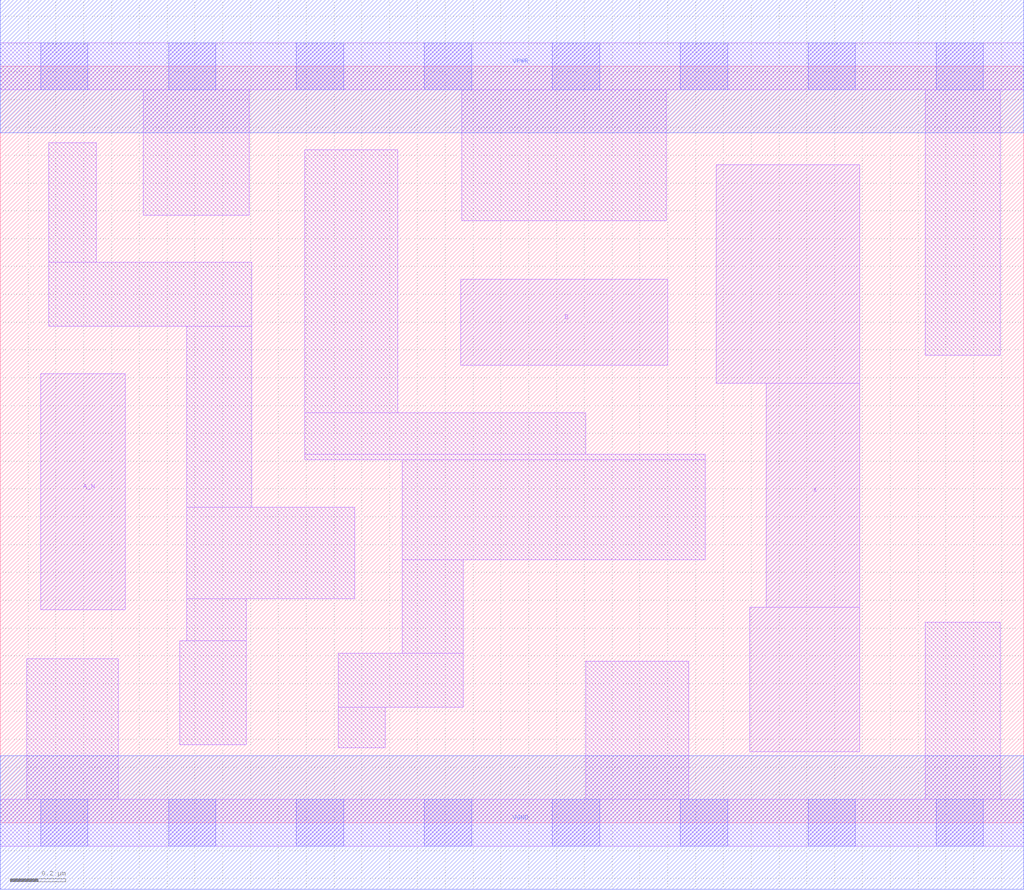
<source format=lef>
# Copyright 2020 The SkyWater PDK Authors
#
# Licensed under the Apache License, Version 2.0 (the "License");
# you may not use this file except in compliance with the License.
# You may obtain a copy of the License at
#
#     https://www.apache.org/licenses/LICENSE-2.0
#
# Unless required by applicable law or agreed to in writing, software
# distributed under the License is distributed on an "AS IS" BASIS,
# WITHOUT WARRANTIES OR CONDITIONS OF ANY KIND, either express or implied.
# See the License for the specific language governing permissions and
# limitations under the License.
#
# SPDX-License-Identifier: Apache-2.0

VERSION 5.7 ;
  NAMESCASESENSITIVE ON ;
  NOWIREEXTENSIONATPIN ON ;
  DIVIDERCHAR "/" ;
  BUSBITCHARS "[]" ;
UNITS
  DATABASE MICRONS 200 ;
END UNITS
PROPERTYDEFINITIONS
  MACRO maskLayoutSubType STRING ;
  MACRO prCellType STRING ;
  MACRO originalViewName STRING ;
END PROPERTYDEFINITIONS
MACRO sky130_fd_sc_hdll__and2b_2
  CLASS CORE ;
  FOREIGN sky130_fd_sc_hdll__and2b_2 ;
  ORIGIN  0.000000  0.000000 ;
  SIZE  3.680000 BY  2.720000 ;
  SYMMETRY X Y R90 ;
  SITE unithd ;
  PIN A_N
    ANTENNAGATEAREA  0.138600 ;
    DIRECTION INPUT ;
    USE SIGNAL ;
    PORT
      LAYER li1 ;
        RECT 0.145000 0.765000 0.450000 1.615000 ;
    END
  END A_N
  PIN B
    ANTENNAGATEAREA  0.138600 ;
    DIRECTION INPUT ;
    USE SIGNAL ;
    PORT
      LAYER li1 ;
        RECT 1.655000 1.645000 2.400000 1.955000 ;
    END
  END B
  PIN VGND
    ANTENNADIFFAREA  0.541950 ;
    DIRECTION INOUT ;
    USE SIGNAL ;
    PORT
      LAYER met1 ;
        RECT 0.000000 -0.240000 3.680000 0.240000 ;
    END
  END VGND
  PIN VPWR
    ANTENNADIFFAREA  0.924800 ;
    DIRECTION INOUT ;
    USE SIGNAL ;
    PORT
      LAYER met1 ;
        RECT 0.000000 2.480000 3.680000 2.960000 ;
    END
  END VPWR
  PIN X
    ANTENNADIFFAREA  0.762000 ;
    DIRECTION OUTPUT ;
    USE SIGNAL ;
    PORT
      LAYER li1 ;
        RECT 2.575000 1.580000 3.090000 2.365000 ;
        RECT 2.695000 0.255000 3.090000 0.775000 ;
        RECT 2.755000 0.775000 3.090000 1.580000 ;
    END
  END X
  OBS
    LAYER li1 ;
      RECT 0.000000 -0.085000 3.680000 0.085000 ;
      RECT 0.000000  2.635000 3.680000 2.805000 ;
      RECT 0.095000  0.085000 0.425000 0.590000 ;
      RECT 0.175000  1.785000 0.905000 2.015000 ;
      RECT 0.175000  2.015000 0.345000 2.445000 ;
      RECT 0.515000  2.185000 0.895000 2.635000 ;
      RECT 0.645000  0.280000 0.885000 0.655000 ;
      RECT 0.670000  0.655000 0.885000 0.805000 ;
      RECT 0.670000  0.805000 1.275000 1.135000 ;
      RECT 0.670000  1.135000 0.905000 1.785000 ;
      RECT 1.095000  1.305000 2.535000 1.325000 ;
      RECT 1.095000  1.325000 2.105000 1.475000 ;
      RECT 1.095000  1.475000 1.430000 2.420000 ;
      RECT 1.215000  0.270000 1.385000 0.415000 ;
      RECT 1.215000  0.415000 1.665000 0.610000 ;
      RECT 1.445000  0.610000 1.665000 0.945000 ;
      RECT 1.445000  0.945000 2.535000 1.305000 ;
      RECT 1.660000  2.165000 2.395000 2.635000 ;
      RECT 2.105000  0.085000 2.475000 0.580000 ;
      RECT 3.325000  0.085000 3.595000 0.720000 ;
      RECT 3.325000  1.680000 3.595000 2.635000 ;
    LAYER mcon ;
      RECT 0.145000 -0.085000 0.315000 0.085000 ;
      RECT 0.145000  2.635000 0.315000 2.805000 ;
      RECT 0.605000 -0.085000 0.775000 0.085000 ;
      RECT 0.605000  2.635000 0.775000 2.805000 ;
      RECT 1.065000 -0.085000 1.235000 0.085000 ;
      RECT 1.065000  2.635000 1.235000 2.805000 ;
      RECT 1.525000 -0.085000 1.695000 0.085000 ;
      RECT 1.525000  2.635000 1.695000 2.805000 ;
      RECT 1.985000 -0.085000 2.155000 0.085000 ;
      RECT 1.985000  2.635000 2.155000 2.805000 ;
      RECT 2.445000 -0.085000 2.615000 0.085000 ;
      RECT 2.445000  2.635000 2.615000 2.805000 ;
      RECT 2.905000 -0.085000 3.075000 0.085000 ;
      RECT 2.905000  2.635000 3.075000 2.805000 ;
      RECT 3.365000 -0.085000 3.535000 0.085000 ;
      RECT 3.365000  2.635000 3.535000 2.805000 ;
  END
  PROPERTY maskLayoutSubType "abstract" ;
  PROPERTY prCellType "standard" ;
  PROPERTY originalViewName "layout" ;
END sky130_fd_sc_hdll__and2b_2

</source>
